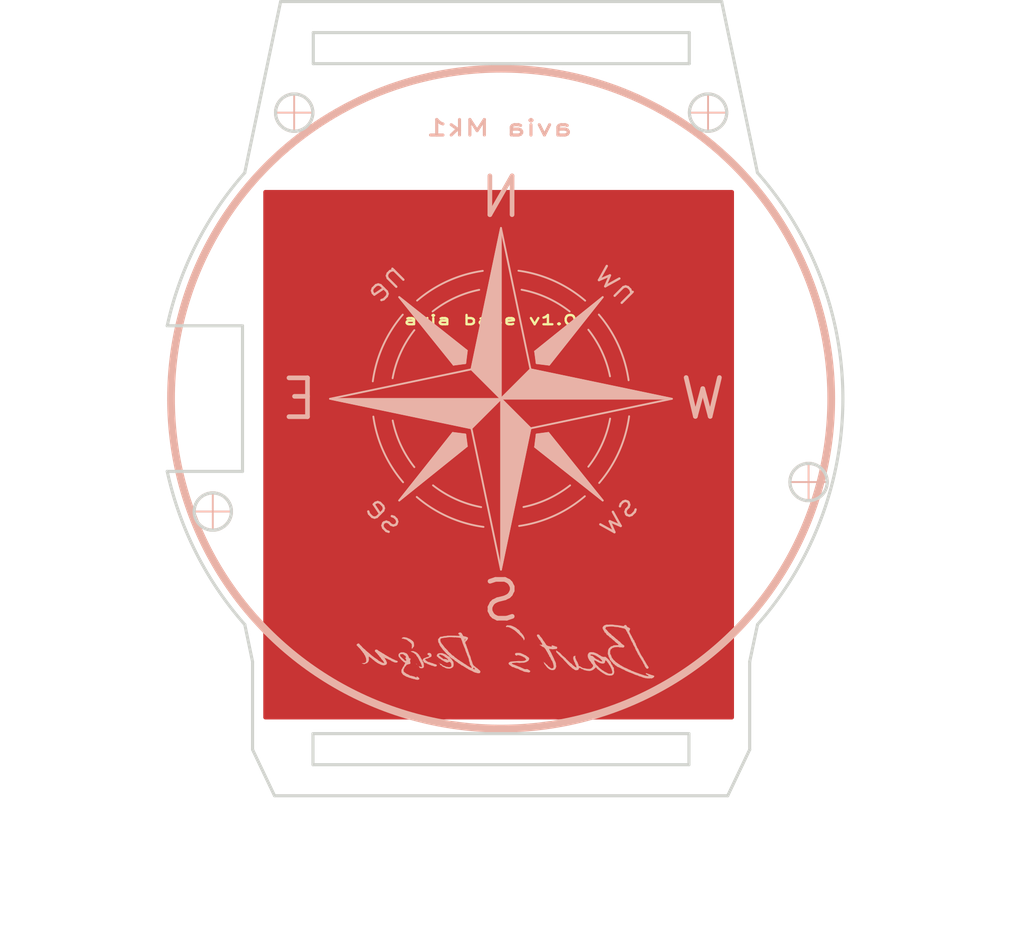
<source format=kicad_pcb>
(kicad_pcb (version 20211014) (generator pcbnew)
  (layers (0 "F.Cu" jumper) (31 "B.Cu" signal) (34 "B.Paste" user) (35 "F.Paste" user) (36 "B.SilkS" user "B.Silkscreen") (37 "F.SilkS" user "F.Silkscreen") (38 "B.Mask" user) (39 "F.Mask" user) (44 "Edge.Cuts" user))
  (net 0 "")
  (footprint "BartLib_Logo:BD_full 20x5.2" (layer "B.Cu") (at 144.37 110.97 180)
    (fp_text reference "G***" hide)
    (fp_text value "LOGO" hide)
  )
  (gr_line (start 142.261752 96.15) (end 133.161752 94.25) (layer "B.SilkS") (width 0.12))
  (gr_line (start 146.061752 96.15) (end 144.161752 105.25) (layer "B.SilkS") (width 0.12))
  (gr_line (start 146.361752 91.2) (end 150.711752 87.7) (layer "B.SilkS") (width 0.12))
  (gr_arc (start 137.861752 99.625) (mid 136.602428 97.646494) (end 135.947014 95.394648) (layer "B.SilkS") (width 0.12))
  (gr_line (start 146.361752 97.35) (end 146.461752 96.55) (layer "B.SilkS") (width 0.12))
  (gr_line (start 150.711752 100.8) (end 146.361752 97.35) (layer "B.SilkS") (width 0.12))
  (gr_arc (start 152.411752 95.375) (mid 151.756827 97.662176) (end 150.481825 99.670774) (layer "B.SilkS") (width 0.12))
  (gr_line (start 162.761752 99.61) (end 165.161752 99.61) (layer "B.SilkS") (width 0.12))
  (gr_arc (start 150.461752 88.825) (mid 151.721076 90.803506) (end 152.37649 93.055352) (layer "B.SilkS") (width 0.12))
  (gr_circle (center 125.611752 101.51) (end 124.411752 101.51) (layer "B.SilkS") (width 0.2) (fill none))
  (gr_arc (start 138.761752 87.925) (mid 140.740258 86.665676) (end 142.992104 86.010262) (layer "B.SilkS") (width 0.12))
  (gr_arc (start 143.036752 102.5) (mid 140.749576 101.845075) (end 138.740978 100.570073) (layer "B.SilkS") (width 0.12))
  (gr_arc (start 149.786752 89.8) (mid 150.660004 91.218734) (end 151.180577 92.801257) (layer "B.SilkS") (width 0.12))
  (gr_arc (start 138.586752 98.65) (mid 137.7135 97.231266) (end 137.192927 95.648743) (layer "B.SilkS") (width 0.12))
  (gr_line (start 150.711752 87.7) (end 147.261752 92.05) (layer "B.SilkS") (width 0.12))
  (gr_arc (start 135.911752 93.125) (mid 136.566677 90.837824) (end 137.841679 88.829226) (layer "B.SilkS") (width 0.12))
  (gr_circle (center 157.491752 75.82) (end 156.291752 75.82) (layer "B.SilkS") (width 0.2) (fill none))
  (gr_line (start 142.261752 96.15) (end 144.161752 94.25) (layer "B.SilkS") (width 0.12))
  (gr_line (start 157.491752 74.62) (end 157.491752 77.02) (layer "B.SilkS") (width 0.12))
  (gr_line (start 144.161752 83.25) (end 146.061752 92.35) (layer "B.SilkS") (width 0.12))
  (gr_poly (pts (xy 141.961752 97.3) (xy 141.861752 96.55) (xy 141.061752 96.45) (xy 137.611752 100.8)) (layer "B.SilkS") (width 0.1) (fill solid))
  (gr_arc (start 148.611752 99.825) (mid 147.193018 100.698252) (end 145.610495 101.218825) (layer "B.SilkS") (width 0.12))
  (gr_arc (start 145.486752 87.225) (mid 147.121024 87.738086) (end 148.585451 88.626656) (layer "B.SilkS") (width 0.12))
  (gr_line (start 163.961752 98.41) (end 163.961752 100.81) (layer "B.SilkS") (width 0.12))
  (gr_arc (start 139.761752 88.625) (mid 141.180486 87.751748) (end 142.763009 87.231175) (layer "B.SilkS") (width 0.12))
  (gr_arc (start 142.886752 101.225) (mid 141.25248 100.711914) (end 139.788053 99.823344) (layer "B.SilkS") (width 0.12))
  (gr_line (start 141.111752 92.05) (end 141.861752 91.95) (layer "B.SilkS") (width 0.12))
  (gr_line (start 137.611752 87.7) (end 141.961752 91.15) (layer "B.SilkS") (width 0.12))
  (gr_line (start 124.411752 101.51) (end 126.811752 101.51) (layer "B.SilkS") (width 0.12))
  (gr_line (start 129.651752 75.82) (end 132.051752 75.82) (layer "B.SilkS") (width 0.12))
  (gr_line (start 147.211752 96.45) (end 150.711752 100.8) (layer "B.SilkS") (width 0.12))
  (gr_line (start 141.961752 97.3) (end 137.611752 100.8) (layer "B.SilkS") (width 0.12))
  (gr_line (start 133.161752 94.25) (end 142.261752 92.35) (layer "B.SilkS") (width 0.12))
  (gr_line (start 146.061752 96.15) (end 144.161752 94.25) (layer "B.SilkS") (width 0.12))
  (gr_circle (center 130.851752 75.82) (end 129.651752 75.82) (layer "B.SilkS") (width 0.2) (fill none))
  (gr_line (start 141.961752 97.3) (end 141.861752 96.55) (layer "B.SilkS") (width 0.12))
  (gr_line (start 141.961752 91.15) (end 141.861752 91.95) (layer "B.SilkS") (width 0.12))
  (gr_line (start 141.061752 96.45) (end 141.861752 96.55) (layer "B.SilkS") (width 0.12))
  (gr_line (start 142.261752 92.35) (end 144.161752 83.25) (layer "B.SilkS") (width 0.12))
  (gr_line (start 141.111752 92.05) (end 137.611752 87.7) (layer "B.SilkS") (width 0.12))
  (gr_line (start 144.161752 105.25) (end 142.261752 96.15) (layer "B.SilkS") (width 0.12))
  (gr_arc (start 151.186752 95.525) (mid 150.673666 97.159272) (end 149.785096 98.623699) (layer "B.SilkS") (width 0.12))
  (gr_arc (start 149.561752 100.525) (mid 147.583246 101.784324) (end 145.3314 102.439738) (layer "B.SilkS") (width 0.12))
  (gr_line (start 142.261752 96.15) (end 144.161752 94.25) (layer "B.SilkS") (width 0.12))
  (gr_circle (center 163.961752 99.61) (end 162.761752 99.61) (layer "B.SilkS") (width 0.2) (fill none))
  (gr_line (start 146.061752 96.15) (end 144.161752 94.25) (layer "B.SilkS") (width 0.12))
  (gr_poly (pts (xy 147.211752 96.45) (xy 146.461752 96.55) (xy 146.361752 97.35) (xy 150.711752 100.8)) (layer "B.SilkS") (width 0.1) (fill solid))
  (gr_line (start 137.611752 100.8) (end 141.061752 96.45) (layer "B.SilkS") (width 0.12))
  (gr_line (start 146.061752 92.35) (end 144.161752 94.25) (layer "B.SilkS") (width 0.12))
  (gr_line (start 156.291752 75.82) (end 158.691752 75.82) (layer "B.SilkS") (width 0.12))
  (gr_line (start 147.211752 96.45) (end 146.461752 96.55) (layer "B.SilkS") (width 0.12))
  (gr_arc (start 137.186752 92.925) (mid 137.699838 91.290728) (end 138.588408 89.826301) (layer "B.SilkS") (width 0.12))
  (gr_poly (pts (xy 142.261752 96.15) (xy 144.161752 94.25) (xy 133.161752 94.25)) (layer "B.SilkS") (width 0.1) (fill solid))
  (gr_line (start 125.611752 100.31) (end 125.611752 102.71) (layer "B.SilkS") (width 0.12))
  (gr_poly (pts (xy 146.061752 92.35) (xy 144.161752 94.25) (xy 155.161752 94.25)) (layer "B.SilkS") (width 0.1) (fill solid))
  (gr_line (start 142.261752 92.35) (end 144.161752 94.25) (layer "B.SilkS") (width 0.12))
  (gr_poly (pts (xy 146.061752 96.15) (xy 144.161752 94.25) (xy 144.161752 105.25)) (layer "B.SilkS") (width 0.1) (fill solid))
  (gr_line (start 142.261752 92.35) (end 144.161752 94.25) (layer "B.SilkS") (width 0.12))
  (gr_circle (center 144.171752 94.24) (end 165.42 94.24) (layer "B.SilkS") (width 0.5) (fill none))
  (gr_line (start 146.061752 92.35) (end 144.161752 94.25) (layer "B.SilkS") (width 0.12))
  (gr_arc (start 145.286752 86) (mid 147.573928 86.654925) (end 149.582526 87.929927) (layer "B.SilkS") (width 0.12))
  (gr_poly (pts (xy 146.361752 91.2) (xy 146.461752 91.95) (xy 147.261752 92.05) (xy 150.711752 87.7)) (layer "B.SilkS") (width 0.1) (fill solid))
  (gr_line (start 155.161752 94.25) (end 146.061752 96.15) (layer "B.SilkS") (width 0.12))
  (gr_poly (pts (xy 141.111752 92.05) (xy 141.861752 91.95) (xy 141.961752 91.15) (xy 137.611752 87.7)) (layer "B.SilkS") (width 0.1) (fill solid))
  (gr_line (start 130.851752 74.62) (end 130.851752 77.02) (layer "B.SilkS") (width 0.12))
  (gr_poly (pts (xy 142.261752 92.35) (xy 144.161752 94.25) (xy 144.161752 83.25)) (layer "B.SilkS") (width 0.1) (fill solid))
  (gr_line (start 147.261752 92.05) (end 146.461752 91.95) (layer "B.SilkS") (width 0.12))
  (gr_line (start 146.061752 92.35) (end 155.161752 94.25) (layer "B.SilkS") (width 0.12))
  (gr_line (start 146.361752 91.2) (end 146.461752 91.95) (layer "B.SilkS") (width 0.12))
  (gr_line (start 156.281752 70.665628) (end 156.281752 72.665628) (layer "Edge.Cuts") (width 0.2))
  (gr_line (start 158.367652 68.6661) (end 160.671751 79.690001) (layer "Edge.Cuts") (width 0.2))
  (gr_line (start 156.261752 117.814372) (end 156.261752 115.814372) (layer "Edge.Cuts") (width 0.2))
  (gr_line (start 128.171752 116.84) (end 128.171752 111.18) (layer "Edge.Cuts") (width 0.2))
  (gr_arc (start 122.68 89.545916) (mid 124.545859 84.301641) (end 127.668486 79.693707) (layer "Edge.Cuts") (width 0.2))
  (gr_line (start 127.524958 98.925916) (end 122.68 98.925916) (layer "Edge.Cuts") (width 0.2))
  (gr_line (start 122.68 89.545916) (end 127.524958 89.545916) (layer "Edge.Cuts") (width 0.2))
  (gr_circle (center 125.611752 101.51) (end 126.811752 101.51) (layer "Edge.Cuts") (width 0.2) (fill none))
  (gr_line (start 132.081752 70.665628) (end 132.081752 72.665628) (layer "Edge.Cuts") (width 0.2))
  (gr_line (start 129.586912 119.81408) (end 158.756272 119.81408) (layer "Edge.Cuts") (width 0.2))
  (gr_circle (center 157.491752 75.82) (end 158.691752 75.82) (layer "Edge.Cuts") (width 0.2) (fill none))
  (gr_line (start 132.061752 117.814372) (end 156.261752 117.814372) (layer "Edge.Cuts") (width 0.2))
  (gr_line (start 160.171752 116.84) (end 160.171752 111.18) (layer "Edge.Cuts") (width 0.2))
  (gr_line (start 132.061752 117.814372) (end 132.061752 115.814372) (layer "Edge.Cuts") (width 0.2))
  (gr_line (start 129.978072 68.6661) (end 158.367652 68.6661) (layer "Edge.Cuts") (width 0.2))
  (gr_line (start 156.281752 70.665628) (end 132.081752 70.665628) (layer "Edge.Cuts") (width 0.2))
  (gr_line (start 128.171752 111.18) (end 127.671753 108.789999) (layer "Edge.Cuts") (width 0.2))
  (gr_circle (center 130.851752 75.82) (end 132.051752 75.82) (layer "Edge.Cuts") (width 0.2) (fill none))
  (gr_circle (center 163.961752 99.61) (end 165.161752 99.61) (layer "Edge.Cuts") (width 0.2) (fill none))
  (gr_arc (start 127.671753 108.789999) (mid 124.545603 104.17691) (end 122.68 98.925916) (layer "Edge.Cuts") (width 0.2))
  (gr_line (start 158.756272 119.81408) (end 160.171752 116.84) (layer "Edge.Cuts") (width 0.2))
  (gr_line (start 132.081752 72.665628) (end 156.281752 72.665628) (layer "Edge.Cuts") (width 0.2))
  (gr_line (start 129.978072 68.6661) (end 127.668486 79.693707) (layer "Edge.Cuts") (width 0.2))
  (gr_line (start 127.524958 89.545916) (end 127.524958 98.925916) (layer "Edge.Cuts") (width 0.2))
  (gr_line (start 160.171752 111.18) (end 160.676712 108.784371) (layer "Edge.Cuts") (width 0.2))
  (gr_arc (start 160.671751 79.690001) (mid 166.170671 94.23753) (end 160.675018 108.786293) (layer "Edge.Cuts") (width 0.2))
  (gr_line (start 129.586912 119.81408) (end 128.171752 116.84) (layer "Edge.Cuts") (width 0.2))
  (gr_line (start 156.261752 115.814372) (end 132.061752 115.814372) (layer "Edge.Cuts") (width 0.2))
  (gr_text "E" (at 131.171752 94.26) (layer "B.SilkS") (effects (font (size 2.5 2.5) (thickness 0.3)) (justify mirror)))
  (gr_text "se" (at 136.686752 101.7 -45) (layer "B.SilkS") (effects (font (size 1.5 1.5)) (justify mirror)))
  (gr_text "nw" (at 151.636752 86.8 -45) (layer "B.SilkS") (effects (font (size 1.5 1.5)) (justify mirror)))
  (gr_text "S" (at 144.171752 107.24) (layer "B.SilkS") (effects (font (size 2.5 2.5) (thickness 0.3)) (justify mirror)))
  (gr_text "avia Mk1" (at 144.06 76.81) (layer "B.SilkS") (effects (font (size 1 1.4) (thickness 0.2)) (justify mirror)))
  (gr_text "sw" (at 151.611752 101.725 -315) (layer "B.SilkS") (effects (font (size 1.5 1.5)) (justify mirror)))
  (gr_text "N" (at 144.161752 81.25) (layer "B.SilkS") (effects (font (size 2.5 2.5) (thickness 0.3)) (justify mirror)))
  (gr_text "W" (at 157.151752 94.24) (layer "B.SilkS") (effects (font (size 2.5 2.5) (thickness 0.3)) (justify mirror)))
  (gr_text "ne" (at 136.711752 86.775 -315) (layer "B.SilkS") (effects (font (size 1.5 1.5)) (justify mirror)))
  (gr_text "avia base v1.0" (at 137.8 89.18) (layer "F.SilkS") (effects (font (size 0.6 1)) (justify left)))
  (zone (net 0) (net_name "") (layer "F.Cu") (connect_pads (clearance 0.508)) (min_thickness 0.254) (fill yes (thermal_gap 0.508) (thermal_bridge_width 0.508))
    (polygon (pts (xy 128.861752 114.9) (xy 159.161752 114.9) (xy 159.161752 80.8) (xy 128.861752 80.8)))
  )
)
</source>
